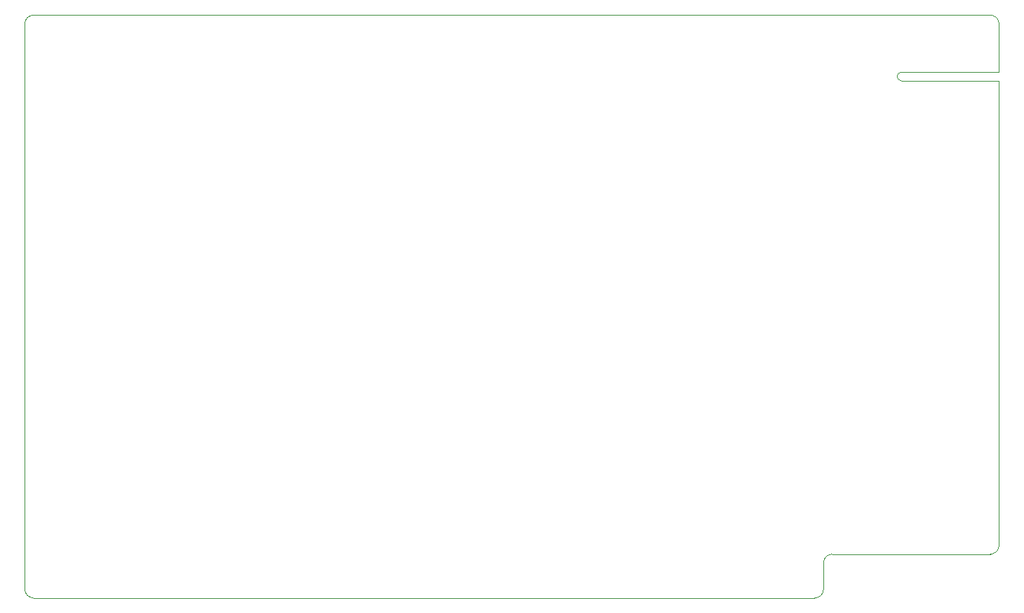
<source format=gbr>
%TF.GenerationSoftware,KiCad,Pcbnew,(5.1.7)-1*%
%TF.CreationDate,2020-11-26T18:08:09+01:00*%
%TF.ProjectId,Sleep_Monitor_2020__V2_0,536c6565-705f-44d6-9f6e-69746f725f32,rev?*%
%TF.SameCoordinates,Original*%
%TF.FileFunction,Profile,NP*%
%FSLAX46Y46*%
G04 Gerber Fmt 4.6, Leading zero omitted, Abs format (unit mm)*
G04 Created by KiCad (PCBNEW (5.1.7)-1) date 2020-11-26 18:08:09*
%MOMM*%
%LPD*%
G01*
G04 APERTURE LIST*
%TA.AperFunction,Profile*%
%ADD10C,0.100000*%
%TD*%
G04 APERTURE END LIST*
D10*
X33000000Y-32500000D02*
G75*
G02*
X34000000Y-31500000I1000000J0D01*
G01*
X34000000Y-98000000D02*
G75*
G02*
X33000000Y-97000000I0J1000000D01*
G01*
X124000000Y-97000000D02*
G75*
G02*
X123000000Y-98000000I-1000000J0D01*
G01*
X144000000Y-92000000D02*
G75*
G02*
X143000000Y-93000000I-1000000J0D01*
G01*
X143000000Y-31500000D02*
G75*
G02*
X144000000Y-32500000I0J-1000000D01*
G01*
X124000000Y-94000000D02*
G75*
G02*
X125000000Y-93000000I1000000J0D01*
G01*
X144000000Y-39000000D02*
X144000000Y-92000000D01*
X144000000Y-32500000D02*
X144000000Y-38000000D01*
X132900000Y-39000000D02*
G75*
G02*
X132900000Y-38000000I0J500000D01*
G01*
X132900000Y-39000000D02*
X144000000Y-39000000D01*
X144000000Y-38000000D02*
X132900000Y-38000000D01*
X124000000Y-94000000D02*
X124000000Y-97000000D01*
X143000000Y-93000000D02*
X125000000Y-93000000D01*
X34000000Y-31500000D02*
X143000000Y-31500000D01*
X34000000Y-98000000D02*
X123000000Y-98000000D01*
X33000000Y-32500000D02*
X33000000Y-97000000D01*
M02*

</source>
